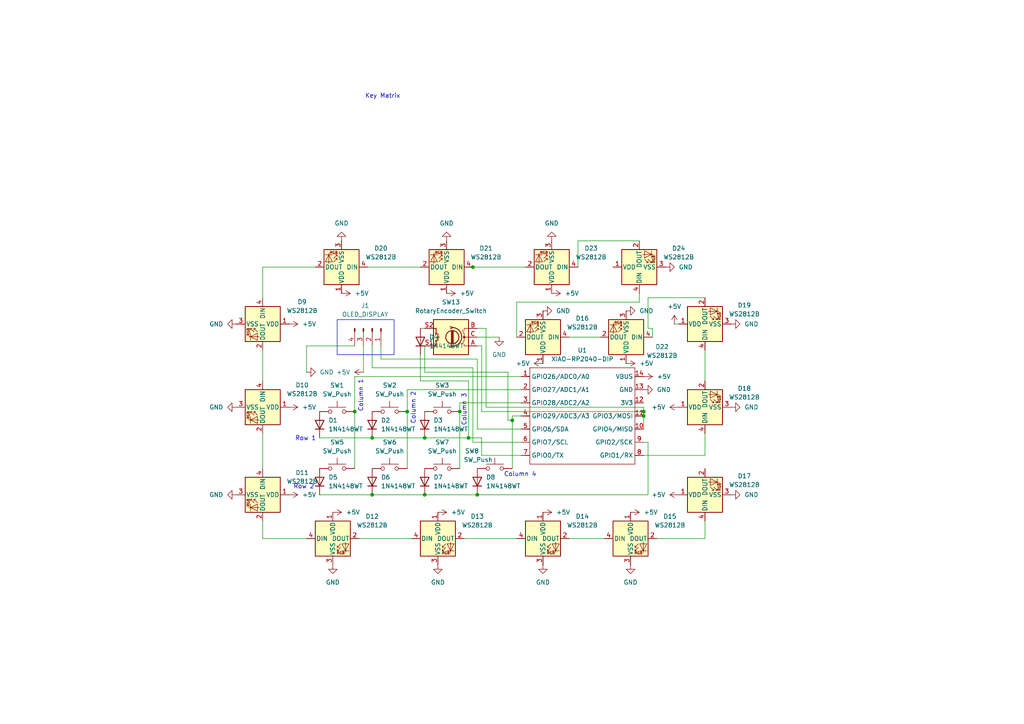
<source format=kicad_sch>
(kicad_sch (version 20250114) (generator "eeschema") (generator_version "9.0")
  (paper "A4")
  (lib_symbols
    (symbol "Connector:Conn_01x04_Pin" (pin_names (offset 1.016) (hide yes))
      (property "Reference" "J" (at 0 5.08 0))
      (property "Value" "Conn_01x04_Pin" (at 0 -7.62 0))
      (symbol "Conn_01x04_Pin_1_1"
        (rectangle (start 0.8636 2.667) (end 0 2.413) (stroke (width 0.1524)) (fill (type outline)))
        (rectangle (start 0.8636 0.127) (end 0 -0.127) (stroke (width 0.1524)) (fill (type outline)))
        (rectangle (start 0.8636 -2.413) (end 0 -2.667) (stroke (width 0.1524)) (fill (type outline)))
        (rectangle (start 0.8636 -4.953) (end 0 -5.207) (stroke (width 0.1524)) (fill (type outline)))
        (polyline (pts (xy 1.27 2.54) (xy 0.8636 2.54)) (stroke (width 0.1524)))
        (polyline (pts (xy 1.27 0) (xy 0.8636 0)) (stroke (width 0.1524)))
        (polyline (pts (xy 1.27 -2.54) (xy 0.8636 -2.54)) (stroke (width 0.1524)))
        (polyline (pts (xy 1.27 -5.08) (xy 0.8636 -5.08)) (stroke (width 0.1524)))
        (pin passive line (at 5.08 2.54 180) (length 3.81) (name "Pin_1") (number "1"))
        (pin passive line (at 5.08 0 180) (length 3.81) (name "Pin_2") (number "2"))
        (pin passive line (at 5.08 -2.54 180) (length 3.81) (name "Pin_3") (number "3"))
        (pin passive line (at 5.08 -5.08 180) (length 3.81) (name "Pin_4") (number "4"))
      )
    )
    (symbol "Device:RotaryEncoder_Switch" (pin_names (offset 0.254) (hide yes))
      (property "Reference" "SW" (at 0 6.604 0))
      (property "Value" "RotaryEncoder_Switch" (at 0 -6.604 0))
      (symbol "RotaryEncoder_Switch_0_1"
        (rectangle (start -5.08 5.08) (end 5.08 -5.08) (stroke (width 0.254)) (fill (type background)))
        (polyline (pts (xy -5.08 2.54) (xy -3.81 2.54) (xy -3.81 2.032)))
        (polyline (pts (xy -5.08 0) (xy -3.81 0) (xy -3.81 -1.016) (xy -3.302 -2.032)))
        (polyline (pts (xy -5.08 -2.54) (xy -3.81 -2.54) (xy -3.81 -2.032)))
        (polyline (pts (xy -4.318 0) (xy -3.81 0) (xy -3.81 1.016) (xy -3.302 2.032)))
        (circle (center -3.81 0) (radius 0.254) (fill (type outline)))
        (polyline (pts (xy -0.635 -1.778) (xy -0.635 1.778)) (stroke (width 0.254)))
        (circle (center -0.381 0) (radius 1.905) (stroke (width 0.254)))
        (polyline (pts (xy -0.381 -1.778) (xy -0.381 1.778)) (stroke (width 0.254)))
        (arc (start -0.381 -2.794) (mid -3.0988 -0.0635) (end -0.381 2.667) (stroke (width 0.254)))
        (polyline (pts (xy -0.127 1.778) (xy -0.127 -1.778)) (stroke (width 0.254)))
        (polyline (pts (xy 0.254 2.921) (xy -0.508 2.667) (xy 0.127 2.286)) (stroke (width 0.254)))
        (polyline (pts (xy 0.254 -3.048) (xy -0.508 -2.794) (xy 0.127 -2.413)) (stroke (width 0.254)))
        (polyline (pts (xy 3.81 1.016) (xy 3.81 -1.016)) (stroke (width 0.254)))
        (polyline (pts (xy 3.81 0) (xy 3.429 0)) (stroke (width 0.254)))
        (circle (center 4.318 1.016) (radius 0.127) (stroke (width 0.254)))
        (circle (center 4.318 -1.016) (radius 0.127) (stroke (width 0.254)))
        (polyline (pts (xy 5.08 2.54) (xy 4.318 2.54) (xy 4.318 1.016)) (stroke (width 0.254)))
        (polyline (pts (xy 5.08 -2.54) (xy 4.318 -2.54) (xy 4.318 -1.016)) (stroke (width 0.254)))
      )
      (symbol "RotaryEncoder_Switch_1_1"
        (pin passive line (at -7.62 2.54 0) (length 2.54) (name "A") (number "A"))
        (pin passive line (at -7.62 0 0) (length 2.54) (name "C") (number "C"))
        (pin passive line (at -7.62 -2.54 0) (length 2.54) (name "B") (number "B"))
        (pin passive line (at 7.62 2.54 180) (length 2.54) (name "S1") (number "S1"))
        (pin passive line (at 7.62 -2.54 180) (length 2.54) (name "S2") (number "S2"))
      )
    )
    (symbol "Diode:1N4148WT" (pin_numbers (hide yes)) (pin_names (hide yes))
      (property "Reference" "D" (at 0 2.54 0))
      (property "Value" "1N4148WT" (at 0 -2.54 0))
      (symbol "1N4148WT_0_1"
        (polyline (pts (xy -1.27 1.27) (xy -1.27 -1.27)) (stroke (width 0.254)))
        (polyline (pts (xy 1.27 1.27) (xy 1.27 -1.27) (xy -1.27 0) (xy 1.27 1.27)) (stroke (width 0.254)))
        (polyline (pts (xy 1.27 0) (xy -1.27 0)))
      )
      (symbol "1N4148WT_1_1"
        (pin passive line (at -3.81 0 0) (length 2.54) (name "K") (number "1"))
        (pin passive line (at 3.81 0 180) (length 2.54) (name "A") (number "2"))
      )
    )
    (symbol "LED:WS2812B" (pin_names (offset 0.254))
      (property "Reference" "D" (at 5.08 5.715 0))
      (property "Value" "WS2812B" (at 1.27 -5.715 0))
      (symbol "WS2812B_0_0"
        (text "RGB" (at 2.286 -4.191 0) (effects (font (size 0.762 0.762))))
      )
      (symbol "WS2812B_0_1"
        (polyline (pts (xy 1.27 -2.54) (xy 1.778 -2.54)))
        (polyline (pts (xy 1.27 -3.556) (xy 1.778 -3.556)))
        (polyline (pts (xy 2.286 -1.524) (xy 1.27 -2.54) (xy 1.27 -2.032)))
        (polyline (pts (xy 2.286 -2.54) (xy 1.27 -3.556) (xy 1.27 -3.048)))
        (polyline (pts (xy 3.683 -1.016) (xy 3.683 -3.556) (xy 3.683 -4.064)))
        (polyline (pts (xy 4.699 -1.524) (xy 2.667 -1.524) (xy 3.683 -3.556) (xy 4.699 -1.524)))
        (polyline (pts (xy 4.699 -3.556) (xy 2.667 -3.556)))
        (rectangle (start 5.08 5.08) (end -5.08 -5.08) (stroke (width 0.254)) (fill (type background)))
      )
      (symbol "WS2812B_1_1"
        (pin input line (at -7.62 0 0) (length 2.54) (name "DIN") (number "4"))
        (pin power_in line (at 0 7.62 270) (length 2.54) (name "VDD") (number "1"))
        (pin power_in line (at 0 -7.62 90) (length 2.54) (name "VSS") (number "3"))
        (pin output line (at 7.62 0 180) (length 2.54) (name "DOUT") (number "2"))
      )
    )
    (symbol "OPL:XIAO-RP2040-DIP"
      (property "Reference" "U" (at 0 0 0))
      (property "Value" "XIAO-RP2040-DIP" (at 5.334 -1.778 0))
      (symbol "XIAO-RP2040-DIP_1_0"
        (polyline (pts (xy -1.27 -2.54) (xy 29.21 -2.54)) (stroke (width 0.1524)))
        (polyline (pts (xy -1.27 -5.08) (xy -2.54 -5.08)) (stroke (width 0.1524)))
        (polyline (pts (xy -1.27 -5.08) (xy -1.27 -2.54)) (stroke (width 0.1524)))
        (polyline (pts (xy -1.27 -8.89) (xy -2.54 -8.89)) (stroke (width 0.1524)))
        (polyline (pts (xy -1.27 -8.89) (xy -1.27 -5.08)) (stroke (width 0.1524)))
        (polyline (pts (xy -1.27 -12.7) (xy -2.54 -12.7)) (stroke (width 0.1524)))
        (polyline (pts (xy -1.27 -12.7) (xy -1.27 -8.89)) (stroke (width 0.1524)))
        (polyline (pts (xy -1.27 -16.51) (xy -2.54 -16.51)) (stroke (width 0.1524)))
        (polyline (pts (xy -1.27 -16.51) (xy -1.27 -12.7)) (stroke (width 0.1524)))
        (polyline (pts (xy -1.27 -20.32) (xy -2.54 -20.32)) (stroke (width 0.1524)))
        (polyline (pts (xy -1.27 -24.13) (xy -2.54 -24.13)) (stroke (width 0.1524)))
        (polyline (pts (xy -1.27 -27.94) (xy -2.54 -27.94)) (stroke (width 0.1524)))
        (polyline (pts (xy -1.27 -30.48) (xy -1.27 -16.51)) (stroke (width 0.1524)))
        (polyline (pts (xy 29.21 -2.54) (xy 29.21 -5.08)) (stroke (width 0.1524)))
        (polyline (pts (xy 29.21 -5.08) (xy 29.21 -8.89)) (stroke (width 0.1524)))
        (polyline (pts (xy 29.21 -8.89) (xy 29.21 -12.7)) (stroke (width 0.1524)))
        (polyline (pts (xy 29.21 -12.7) (xy 29.21 -30.48)) (stroke (width 0.1524)))
        (polyline (pts (xy 29.21 -30.48) (xy -1.27 -30.48)) (stroke (width 0.1524)))
        (polyline (pts (xy 30.48 -5.08) (xy 29.21 -5.08)) (stroke (width 0.1524)))
        (polyline (pts (xy 30.48 -8.89) (xy 29.21 -8.89)) (stroke (width 0.1524)))
        (polyline (pts (xy 30.48 -12.7) (xy 29.21 -12.7)) (stroke (width 0.1524)))
        (polyline (pts (xy 30.48 -16.51) (xy 29.21 -16.51)) (stroke (width 0.1524)))
        (polyline (pts (xy 30.48 -20.32) (xy 29.21 -20.32)) (stroke (width 0.1524)))
        (polyline (pts (xy 30.48 -24.13) (xy 29.21 -24.13)) (stroke (width 0.1524)))
        (polyline (pts (xy 30.48 -27.94) (xy 29.21 -27.94)) (stroke (width 0.1524)))
        (pin passive line (at -3.81 -5.08 0) (length 2.54) (name "GPIO26/ADC0/A0") (number "1"))
        (pin passive line (at -3.81 -8.89 0) (length 2.54) (name "GPIO27/ADC1/A1") (number "2"))
        (pin passive line (at -3.81 -12.7 0) (length 2.54) (name "GPIO28/ADC2/A2") (number "3"))
        (pin passive line (at -3.81 -16.51 0) (length 2.54) (name "GPIO29/ADC3/A3") (number "4"))
        (pin passive line (at -3.81 -20.32 0) (length 2.54) (name "GPIO6/SDA") (number "5"))
        (pin passive line (at -3.81 -24.13 0) (length 2.54) (name "GPIO7/SCL") (number "6"))
        (pin passive line (at -3.81 -27.94 0) (length 2.54) (name "GPIO0/TX") (number "7"))
        (pin passive line (at 31.75 -5.08 180) (length 2.54) (name "VBUS") (number "14"))
        (pin passive line (at 31.75 -8.89 180) (length 2.54) (name "GND") (number "13"))
        (pin passive line (at 31.75 -12.7 180) (length 2.54) (name "3V3") (number "12"))
        (pin passive line (at 31.75 -16.51 180) (length 2.54) (name "GPIO3/MOSI") (number "11"))
        (pin passive line (at 31.75 -20.32 180) (length 2.54) (name "GPIO4/MISO") (number "10"))
        (pin passive line (at 31.75 -24.13 180) (length 2.54) (name "GPIO2/SCK") (number "9"))
        (pin passive line (at 31.75 -27.94 180) (length 2.54) (name "GPIO1/RX") (number "8"))
      )
    )
    (symbol "Switch:SW_Push" (pin_numbers (hide yes)) (pin_names (offset 1.016) (hide yes))
      (property "Reference" "SW" (at 1.27 2.54 0))
      (property "Value" "SW_Push" (at 0 -1.524 0))
      (symbol "SW_Push_0_1"
        (circle (center -2.032 0) (radius 0.508))
        (polyline (pts (xy 0 1.27) (xy 0 3.048)))
        (circle (center 2.032 0) (radius 0.508))
        (polyline (pts (xy 2.54 1.27) (xy -2.54 1.27)))
        (pin passive line (at -5.08 0 0) (length 2.54) (name "1") (number "1"))
        (pin passive line (at 5.08 0 180) (length 2.54) (name "2") (number "2"))
      )
    )
    (symbol "power:+5V" (power) (pin_numbers (hide yes)) (pin_names (offset 0) (hide yes))
      (property "Value" "+5V" (at 0 3.556 0))
      (symbol "+5V_0_1"
        (polyline (pts (xy -0.762 1.27) (xy 0 2.54)))
        (polyline (pts (xy 0 2.54) (xy 0.762 1.27)))
        (polyline (pts (xy 0 0) (xy 0 2.54)))
      )
      (symbol "+5V_1_1"
        (pin power_in line (at 0 0 90) (length 0) (name "~") (number "1"))
      )
    )
    (symbol "power:GND" (power) (pin_numbers (hide yes)) (pin_names (offset 0) (hide yes))
      (property "Value" "GND" (at 0 -3.81 0))
      (symbol "GND_0_1"
        (polyline (pts (xy 0 0) (xy 0 -1.27) (xy 1.27 -1.27) (xy 0 -2.54) (xy -1.27 -1.27) (xy 0 -1.27)))
      )
      (symbol "GND_1_1"
        (pin power_in line (at 0 0 270) (length 0) (name "~") (number "1"))
      )
    )
  )
  (rectangle (start 97.79 92.71) (end 114.3 102.87))
  (text "Row 2" (at 88.138 141.224 0) (effects (font (size 1.27 1.27))))
  (text "Row 1" (at 88.646 127.254 0) (effects (font (size 1.27 1.27))))
  (text "Column 4" (at 150.876 137.668 0) (effects (font (size 1.27 1.27))))
  (text "Column 1\n" (at 104.648 114.808 90) (effects (font (size 1.27 1.27))))
  (text "Column 2" (at 119.888 118.364 90) (effects (font (size 1.27 1.27))))
  (text "Key Matrix" (at 110.998 27.94 0) (effects (font (size 1.27 1.27))))
  (text "Column 3" (at 134.62 118.872 90) (effects (font (size 1.27 1.27))))
  (junction (at 107.95 143.51))
  (junction (at 135.89 127))
  (junction (at 148.59 121.92))
  (junction (at 107.95 127))
  (junction (at 133.35 119.38))
  (junction (at 186.69 119.38))
  (junction (at 123.19 127))
  (junction (at 123.19 143.51))
  (junction (at 138.43 143.51))
  (junction (at 118.11 119.38))
  (junction (at 137.16 77.47))
  (junction (at 186.69 120.65))
  (junction (at 102.87 119.38))
  (wire (pts (xy 110.49 104.14) (xy 110.49 100.33)))
  (wire (pts (xy 147.32 121.92) (xy 148.59 121.92)))
  (wire (pts (xy 123.19 143.51) (xy 138.43 143.51)))
  (wire (pts (xy 135.89 127) (xy 123.19 127)))
  (wire (pts (xy 190.5 156.21) (xy 204.47 156.21)))
  (wire (pts (xy 102.87 100.33) (xy 88.9 100.33)))
  (wire (pts (xy 76.2 101.6) (xy 76.2 110.49)))
  (wire (pts (xy 121.92 102.87) (xy 121.92 110.49)))
  (wire (pts (xy 137.16 128.27) (xy 137.16 106.68)))
  (wire (pts (xy 134.62 156.21) (xy 149.86 156.21)))
  (wire (pts (xy 137.16 106.68) (xy 107.95 106.68)))
  (wire (pts (xy 88.9 100.33) (xy 88.9 107.95)))
  (wire (pts (xy 186.69 132.08) (xy 204.47 132.08)))
  (wire (pts (xy 149.86 97.79) (xy 149.86 87.63)))
  (wire (pts (xy 139.7 119.38) (xy 186.69 119.38)))
  (wire (pts (xy 138.43 104.14) (xy 110.49 104.14)))
  (wire (pts (xy 195.58 93.98) (xy 196.85 93.98)))
  (wire (pts (xy 107.95 143.51) (xy 123.19 143.51)))
  (wire (pts (xy 186.69 120.65) (xy 186.69 124.46)))
  (wire (pts (xy 186.69 118.11) (xy 186.69 119.38)))
  (wire (pts (xy 189.23 95.25) (xy 189.23 97.79)))
  (wire (pts (xy 107.95 127) (xy 123.19 127)))
  (wire (pts (xy 151.13 128.27) (xy 137.16 128.27)))
  (wire (pts (xy 167.64 69.85) (xy 167.64 77.47)))
  (wire (pts (xy 187.96 86.36) (xy 187.96 95.25)))
  (wire (pts (xy 105.41 100.33) (xy 105.41 107.95)))
  (wire (pts (xy 138.43 95.25) (xy 140.97 95.25)))
  (wire (pts (xy 92.71 143.51) (xy 107.95 143.51)))
  (wire (pts (xy 102.87 119.38) (xy 102.87 135.89)))
  (wire (pts (xy 149.86 87.63) (xy 185.42 87.63)))
  (wire (pts (xy 151.13 124.46) (xy 138.43 124.46)))
  (wire (pts (xy 139.7 127) (xy 135.89 127)))
  (wire (pts (xy 148.59 120.65) (xy 148.59 121.92)))
  (wire (pts (xy 133.35 119.38) (xy 133.35 135.89)))
  (wire (pts (xy 121.92 110.49) (xy 135.89 110.49)))
  (wire (pts (xy 185.42 87.63) (xy 185.42 85.09)))
  (wire (pts (xy 102.87 109.22) (xy 102.87 119.38)))
  (wire (pts (xy 123.19 100.33) (xy 123.19 107.95)))
  (wire (pts (xy 165.1 97.79) (xy 173.99 97.79)))
  (wire (pts (xy 147.32 107.95) (xy 147.32 121.92)))
  (wire (pts (xy 92.71 127) (xy 107.95 127)))
  (wire (pts (xy 118.11 113.03) (xy 118.11 119.38)))
  (wire (pts (xy 76.2 151.13) (xy 76.2 156.21)))
  (wire (pts (xy 91.44 77.47) (xy 76.2 77.47)))
  (wire (pts (xy 133.35 116.84) (xy 133.35 119.38)))
  (wire (pts (xy 139.7 132.08) (xy 139.7 127)))
  (wire (pts (xy 204.47 132.08) (xy 204.47 125.73)))
  (wire (pts (xy 106.68 77.47) (xy 121.92 77.47)))
  (wire (pts (xy 138.43 100.33) (xy 139.7 100.33)))
  (wire (pts (xy 123.19 95.25) (xy 121.92 95.25)))
  (wire (pts (xy 118.11 119.38) (xy 118.11 135.89)))
  (wire (pts (xy 138.43 143.51) (xy 187.96 143.51)))
  (wire (pts (xy 204.47 86.36) (xy 187.96 86.36)))
  (wire (pts (xy 76.2 125.73) (xy 76.2 135.89)))
  (wire (pts (xy 151.13 132.08) (xy 139.7 132.08)))
  (wire (pts (xy 148.59 135.89) (xy 148.59 121.92)))
  (wire (pts (xy 187.96 143.51) (xy 187.96 128.27)))
  (wire (pts (xy 138.43 124.46) (xy 138.43 104.14)))
  (wire (pts (xy 151.13 109.22) (xy 102.87 109.22)))
  (wire (pts (xy 133.35 116.84) (xy 151.13 116.84)))
  (wire (pts (xy 107.95 106.68) (xy 107.95 100.33)))
  (wire (pts (xy 76.2 156.21) (xy 88.9 156.21)))
  (wire (pts (xy 137.16 77.47) (xy 152.4 77.47)))
  (wire (pts (xy 139.7 100.33) (xy 139.7 119.38)))
  (wire (pts (xy 140.97 118.11) (xy 186.69 118.11)))
  (wire (pts (xy 104.14 156.21) (xy 119.38 156.21)))
  (wire (pts (xy 140.97 95.25) (xy 140.97 118.11)))
  (wire (pts (xy 185.42 69.85) (xy 167.64 69.85)))
  (wire (pts (xy 204.47 101.6) (xy 204.47 110.49)))
  (wire (pts (xy 187.96 95.25) (xy 189.23 95.25)))
  (wire (pts (xy 118.11 113.03) (xy 151.13 113.03)))
  (wire (pts (xy 165.1 156.21) (xy 175.26 156.21)))
  (wire (pts (xy 135.89 110.49) (xy 135.89 127)))
  (wire (pts (xy 187.96 128.27) (xy 186.69 128.27)))
  (wire (pts (xy 76.2 77.47) (xy 76.2 86.36)))
  (wire (pts (xy 138.43 97.79) (xy 144.78 97.79)))
  (wire (pts (xy 135.89 77.47) (xy 137.16 77.47)))
  (wire (pts (xy 186.69 119.38) (xy 186.69 120.65)))
  (wire (pts (xy 204.47 156.21) (xy 204.47 151.13)))
  (wire (pts (xy 123.19 107.95) (xy 147.32 107.95)))
  (wire (pts (xy 148.59 120.65) (xy 151.13 120.65)))
  (symbol (lib_id "Switch:SW_Push") (at 97.79 135.89 0) (unit 1)
    (property "Reference" "SW5" (at 97.79 128.27 0))
    (property "Value" "SW_Push" (at 97.79 130.81 0))
    (property "Footprint" "Button_Switch_Keyboard:SW_Cherry_MX_1.00u_PCB" (effects (hide yes)))
    (property "Description" "Push button switch, generic, two pins" (effects (hide yes)))
  )
  (symbol (lib_id "LED:WS2812B") (at 99.06 77.47 180) (unit 1)
    (property "Reference" "D20" (at 110.49 72.0246 0))
    (property "Value" "WS2812B" (at 110.49 74.5646 0))
    (property "Footprint" "LED_SMD:LED_WS2812B_PLCC4_5.0x5.0mm_P3.2mm" (effects (hide yes)))
    (property "Datasheet" "https://cdn-shop.adafruit.com/datasheets/WS2812B.pdf" (effects (hide yes)))
    (property "Description" "RGB LED with integrated controller" (effects (hide yes)))
  )
  (symbol (lib_id "power:GND") (at 144.78 97.79 0) (unit 1)
    (property "Reference" "#PWR05" (effects (hide yes)))
    (property "Value" "GND" (at 144.78 102.87 0))
    (property "Description" "Power symbol creates a global label with name \"GND\" , ground" (effects (hide yes)))
  )
  (symbol (lib_id "Diode:1N4148WT") (at 92.71 139.7 90) (unit 1)
    (property "Reference" "D5" (at 95.25 138.4299 90) (effects (justify right)))
    (property "Value" "1N4148WT" (at 95.25 140.9699 90) (effects (justify right)))
    (property "Footprint" "Diode_SMD:D_SOD-523" (effects (hide yes)))
    (property "Datasheet" "https://www.diodes.com/assets/Datasheets/ds30396.pdf" (effects (hide yes)))
    (property "Description" "75V 0.15A Fast switching Diode, SOD-523" (effects (hide yes)))
    (property "Sim.Device" "D" (effects (hide yes)))
    (property "Sim.Pins" "1=K 2=A" (effects (hide yes)))
  )
  (symbol (lib_id "LED:WS2812B") (at 182.88 156.21 0) (unit 1)
    (property "Reference" "D15" (at 194.31 149.7898 0))
    (property "Value" "WS2812B" (at 194.31 152.3298 0))
    (property "Footprint" "LED_SMD:LED_WS2812B_PLCC4_5.0x5.0mm_P3.2mm" (effects (hide yes)))
    (property "Datasheet" "https://cdn-shop.adafruit.com/datasheets/WS2812B.pdf" (effects (hide yes)))
    (property "Description" "RGB LED with integrated controller" (effects (hide yes)))
  )
  (symbol (lib_id "power:+5V") (at 83.82 118.11 270) (unit 1)
    (property "Reference" "#PWR031" (effects (hide yes)))
    (property "Value" "+5V" (at 87.63 118.1099 90) (effects (justify left)))
    (property "Description" "Power symbol creates a global label with name \"+5V\"" (effects (hide yes)))
  )
  (symbol (lib_id "LED:WS2812B") (at 157.48 156.21 0) (unit 1)
    (property "Reference" "D14" (at 168.91 149.7898 0))
    (property "Value" "WS2812B" (at 168.91 152.3298 0))
    (property "Footprint" "LED_SMD:LED_WS2812B_PLCC4_5.0x5.0mm_P3.2mm" (effects (hide yes)))
    (property "Datasheet" "https://cdn-shop.adafruit.com/datasheets/WS2812B.pdf" (effects (hide yes)))
    (property "Description" "RGB LED with integrated controller" (effects (hide yes)))
  )
  (symbol (lib_id "power:+5V") (at 83.82 93.98 270) (unit 1)
    (property "Reference" "#PWR030" (effects (hide yes)))
    (property "Value" "+5V" (at 87.63 93.9799 90) (effects (justify left)))
    (property "Description" "Power symbol creates a global label with name \"+5V\"" (effects (hide yes)))
  )
  (symbol (lib_id "power:GND") (at 212.09 93.98 90) (unit 1)
    (property "Reference" "#PWR08" (effects (hide yes)))
    (property "Value" "GND" (at 215.9 93.9799 90) (effects (justify right)))
    (property "Description" "Power symbol creates a global label with name \"GND\" , ground" (effects (hide yes)))
  )
  (symbol (lib_id "Diode:1N4148WT") (at 123.19 123.19 90) (unit 1)
    (property "Reference" "D3" (at 125.73 121.9199 90) (effects (justify right)))
    (property "Value" "1N4148WT" (at 125.73 124.4599 90) (effects (justify right)))
    (property "Footprint" "Diode_SMD:D_SOD-523" (effects (hide yes)))
    (property "Datasheet" "https://www.diodes.com/assets/Datasheets/ds30396.pdf" (effects (hide yes)))
    (property "Description" "75V 0.15A Fast switching Diode, SOD-523" (effects (hide yes)))
    (property "Sim.Device" "D" (effects (hide yes)))
    (property "Sim.Pins" "1=K 2=A" (effects (hide yes)))
  )
  (symbol (lib_id "LED:WS2812B") (at 204.47 143.51 90) (unit 1)
    (property "Reference" "D17" (at 215.9 138.0646 90))
    (property "Value" "WS2812B" (at 215.9 140.6046 90))
    (property "Footprint" "LED_SMD:LED_WS2812B_PLCC4_5.0x5.0mm_P3.2mm" (effects (hide yes)))
    (property "Datasheet" "https://cdn-shop.adafruit.com/datasheets/WS2812B.pdf" (effects (hide yes)))
    (property "Description" "RGB LED with integrated controller" (effects (hide yes)))
  )
  (symbol (lib_id "power:GND") (at 68.58 93.98 270) (unit 1)
    (property "Reference" "#PWR013" (effects (hide yes)))
    (property "Value" "GND" (at 64.77 93.9799 90) (effects (justify right)))
    (property "Description" "Power symbol creates a global label with name \"GND\" , ground" (effects (hide yes)))
  )
  (symbol (lib_id "LED:WS2812B") (at 76.2 93.98 270) (unit 1)
    (property "Reference" "D9" (at 87.63 87.5598 90))
    (property "Value" "WS2812B" (at 87.63 90.0998 90))
    (property "Footprint" "LED_SMD:LED_WS2812B_PLCC4_5.0x5.0mm_P3.2mm" (effects (hide yes)))
    (property "Datasheet" "https://cdn-shop.adafruit.com/datasheets/WS2812B.pdf" (effects (hide yes)))
    (property "Description" "RGB LED with integrated controller" (effects (hide yes)))
  )
  (symbol (lib_id "power:+5V") (at 196.85 118.11 90) (unit 1)
    (property "Reference" "#PWR021" (effects (hide yes)))
    (property "Value" "+5V" (at 193.04 118.1099 90) (effects (justify left)))
    (property "Description" "Power symbol creates a global label with name \"+5V\"" (effects (hide yes)))
  )
  (symbol (lib_id "power:GND") (at 68.58 118.11 270) (unit 1)
    (property "Reference" "#PWR014" (effects (hide yes)))
    (property "Value" "GND" (at 64.77 118.1099 90) (effects (justify right)))
    (property "Description" "Power symbol creates a global label with name \"GND\" , ground" (effects (hide yes)))
  )
  (symbol (lib_id "LED:WS2812B") (at 129.54 77.47 180) (unit 1)
    (property "Reference" "D21" (at 140.97 72.0246 0))
    (property "Value" "WS2812B" (at 140.97 74.5646 0))
    (property "Footprint" "LED_SMD:LED_WS2812B_PLCC4_5.0x5.0mm_P3.2mm" (effects (hide yes)))
    (property "Datasheet" "https://cdn-shop.adafruit.com/datasheets/WS2812B.pdf" (effects (hide yes)))
    (property "Description" "RGB LED with integrated controller" (effects (hide yes)))
  )
  (symbol (lib_id "Diode:1N4148WT") (at 92.71 123.19 90) (unit 1)
    (property "Reference" "D1" (at 95.25 121.9199 90) (effects (justify right)))
    (property "Value" "1N4148WT" (at 95.25 124.4599 90) (effects (justify right)))
    (property "Footprint" "Diode_SMD:D_SOD-523" (effects (hide yes)))
    (property "Datasheet" "https://www.diodes.com/assets/Datasheets/ds30396.pdf" (effects (hide yes)))
    (property "Description" "75V 0.15A Fast switching Diode, SOD-523" (effects (hide yes)))
    (property "Sim.Device" "D" (effects (hide yes)))
    (property "Sim.Pins" "1=K 2=A" (effects (hide yes)))
  )
  (symbol (lib_id "Switch:SW_Push") (at 113.03 119.38 0) (unit 1)
    (property "Reference" "SW2" (at 113.03 111.76 0))
    (property "Value" "SW_Push" (at 113.03 114.3 0))
    (property "Footprint" "Button_Switch_Keyboard:SW_Cherry_MX_1.00u_PCB" (effects (hide yes)))
    (property "Description" "Push button switch, generic, two pins" (effects (hide yes)))
  )
  (symbol (lib_id "LED:WS2812B") (at 76.2 118.11 270) (unit 1)
    (property "Reference" "D10" (at 87.63 111.6898 90))
    (property "Value" "WS2812B" (at 87.63 114.2298 90))
    (property "Footprint" "LED_SMD:LED_WS2812B_PLCC4_5.0x5.0mm_P3.2mm" (effects (hide yes)))
    (property "Datasheet" "https://cdn-shop.adafruit.com/datasheets/WS2812B.pdf" (effects (hide yes)))
    (property "Description" "RGB LED with integrated controller" (effects (hide yes)))
  )
  (symbol (lib_id "power:+5V") (at 186.69 109.22 270) (unit 1)
    (property "Reference" "#PWR01" (effects (hide yes)))
    (property "Value" "+5V" (at 190.5 109.2199 90) (effects (justify left)))
    (property "Description" "Power symbol creates a global label with name \"+5V\"" (effects (hide yes)))
  )
  (symbol (lib_id "Diode:1N4148WT") (at 107.95 123.19 90) (unit 1)
    (property "Reference" "D2" (at 110.49 121.9199 90) (effects (justify right)))
    (property "Value" "1N4148WT" (at 110.49 124.4599 90) (effects (justify right)))
    (property "Footprint" "Diode_SMD:D_SOD-523" (effects (hide yes)))
    (property "Datasheet" "https://www.diodes.com/assets/Datasheets/ds30396.pdf" (effects (hide yes)))
    (property "Description" "75V 0.15A Fast switching Diode, SOD-523" (effects (hide yes)))
    (property "Sim.Device" "D" (effects (hide yes)))
    (property "Sim.Pins" "1=K 2=A" (effects (hide yes)))
  )
  (symbol (lib_id "power:GND") (at 96.52 163.83 0) (unit 1)
    (property "Reference" "#PWR017" (effects (hide yes)))
    (property "Value" "GND" (at 96.52 168.91 0))
    (property "Description" "Power symbol creates a global label with name \"GND\" , ground" (effects (hide yes)))
  )
  (symbol (lib_id "power:GND") (at 212.09 143.51 90) (unit 1)
    (property "Reference" "#PWR06" (effects (hide yes)))
    (property "Value" "GND" (at 215.9 143.5099 90) (effects (justify right)))
    (property "Description" "Power symbol creates a global label with name \"GND\" , ground" (effects (hide yes)))
  )
  (symbol (lib_id "power:GND") (at 186.69 113.03 90) (unit 1)
    (property "Reference" "#PWR02" (effects (hide yes)))
    (property "Value" "GND" (at 190.5 113.0299 90) (effects (justify right)))
    (property "Description" "Power symbol creates a global label with name \"GND\" , ground" (effects (hide yes)))
  )
  (symbol (lib_id "power:+5V") (at 157.48 148.59 270) (unit 1)
    (property "Reference" "#PWR036" (effects (hide yes)))
    (property "Value" "+5V" (at 161.29 148.5899 90) (effects (justify left)))
    (property "Description" "Power symbol creates a global label with name \"+5V\"" (effects (hide yes)))
  )
  (symbol (lib_id "LED:WS2812B") (at 96.52 156.21 0) (unit 1)
    (property "Reference" "D12" (at 107.95 149.7898 0))
    (property "Value" "WS2812B" (at 107.95 152.3298 0))
    (property "Footprint" "LED_SMD:LED_WS2812B_PLCC4_5.0x5.0mm_P3.2mm" (effects (hide yes)))
    (property "Datasheet" "https://cdn-shop.adafruit.com/datasheets/WS2812B.pdf" (effects (hide yes)))
    (property "Description" "RGB LED with integrated controller" (effects (hide yes)))
  )
  (symbol (lib_id "power:+5V") (at 181.61 105.41 270) (unit 1)
    (property "Reference" "#PWR024" (effects (hide yes)))
    (property "Value" "+5V" (at 185.42 105.4099 90) (effects (justify left)))
    (property "Description" "Power symbol creates a global label with name \"+5V\"" (effects (hide yes)))
  )
  (symbol (lib_id "power:+5V") (at 105.41 107.95 90) (unit 1)
    (property "Reference" "#PWR03" (effects (hide yes)))
    (property "Value" "+5V" (at 101.6 107.9499 90) (effects (justify left)))
    (property "Description" "Power symbol creates a global label with name \"+5V\"" (effects (hide yes)))
  )
  (symbol (lib_id "Switch:SW_Push") (at 128.27 119.38 0) (unit 1)
    (property "Reference" "SW3" (at 128.27 111.76 0))
    (property "Value" "SW_Push" (at 128.27 114.3 0))
    (property "Footprint" "Button_Switch_Keyboard:SW_Cherry_MX_1.00u_PCB" (effects (hide yes)))
    (property "Description" "Push button switch, generic, two pins" (effects (hide yes)))
  )
  (symbol (lib_id "Switch:SW_Push") (at 113.03 135.89 0) (unit 1)
    (property "Reference" "SW6" (at 113.03 128.27 0))
    (property "Value" "SW_Push" (at 113.03 130.81 0))
    (property "Footprint" "Button_Switch_Keyboard:SW_Cherry_MX_1.00u_PCB" (effects (hide yes)))
    (property "Description" "Push button switch, generic, two pins" (effects (hide yes)))
  )
  (symbol (lib_id "power:GND") (at 157.48 90.17 90) (unit 1)
    (property "Reference" "#PWR025" (effects (hide yes)))
    (property "Value" "GND" (at 161.29 90.1699 90) (effects (justify right)))
    (property "Description" "Power symbol creates a global label with name \"GND\" , ground" (effects (hide yes)))
  )
  (symbol (lib_id "power:+5V") (at 129.54 85.09 270) (unit 1)
    (property "Reference" "#PWR028" (effects (hide yes)))
    (property "Value" "+5V" (at 133.35 85.0899 90) (effects (justify left)))
    (property "Description" "Power symbol creates a global label with name \"+5V\"" (effects (hide yes)))
  )
  (symbol (lib_id "power:+5V") (at 196.85 143.51 90) (unit 1)
    (property "Reference" "#PWR015" (effects (hide yes)))
    (property "Value" "+5V" (at 193.04 143.5099 90) (effects (justify left)))
    (property "Description" "Power symbol creates a global label with name \"+5V\"" (effects (hide yes)))
  )
  (symbol (lib_id "LED:WS2812B") (at 204.47 93.98 90) (unit 1)
    (property "Reference" "D19" (at 215.9 88.5346 90))
    (property "Value" "WS2812B" (at 215.9 91.0746 90))
    (property "Footprint" "LED_SMD:LED_WS2812B_PLCC4_5.0x5.0mm_P3.2mm" (effects (hide yes)))
    (property "Datasheet" "https://cdn-shop.adafruit.com/datasheets/WS2812B.pdf" (effects (hide yes)))
    (property "Description" "RGB LED with integrated controller" (effects (hide yes)))
  )
  (symbol (lib_id "power:GND") (at 212.09 118.11 90) (unit 1)
    (property "Reference" "#PWR07" (effects (hide yes)))
    (property "Value" "GND" (at 215.9 118.1099 90) (effects (justify right)))
    (property "Description" "Power symbol creates a global label with name \"GND\" , ground" (effects (hide yes)))
  )
  (symbol (lib_id "LED:WS2812B") (at 181.61 97.79 180) (unit 1)
    (property "Reference" "D22" (at 192.024 100.584 0))
    (property "Value" "WS2812B" (at 192.024 103.124 0))
    (property "Footprint" "LED_SMD:LED_WS2812B_PLCC4_5.0x5.0mm_P3.2mm" (effects (hide yes)))
    (property "Datasheet" "https://cdn-shop.adafruit.com/datasheets/WS2812B.pdf" (effects (hide yes)))
    (property "Description" "RGB LED with integrated controller" (effects (hide yes)))
  )
  (symbol (lib_id "Diode:1N4148WT") (at 107.95 139.7 90) (unit 1)
    (property "Reference" "D6" (at 110.49 138.4299 90) (effects (justify right)))
    (property "Value" "1N4148WT" (at 110.49 140.9699 90) (effects (justify right)))
    (property "Footprint" "Diode_SMD:D_SOD-523" (effects (hide yes)))
    (property "Datasheet" "https://www.diodes.com/assets/Datasheets/ds30396.pdf" (effects (hide yes)))
    (property "Description" "75V 0.15A Fast switching Diode, SOD-523" (effects (hide yes)))
    (property "Sim.Device" "D" (effects (hide yes)))
    (property "Sim.Pins" "1=K 2=A" (effects (hide yes)))
  )
  (symbol (lib_id "LED:WS2812B") (at 127 156.21 0) (unit 1)
    (property "Reference" "D13" (at 138.43 149.7898 0))
    (property "Value" "WS2812B" (at 138.43 152.3298 0))
    (property "Footprint" "LED_SMD:LED_WS2812B_PLCC4_5.0x5.0mm_P3.2mm" (effects (hide yes)))
    (property "Datasheet" "https://cdn-shop.adafruit.com/datasheets/WS2812B.pdf" (effects (hide yes)))
    (property "Description" "RGB LED with integrated controller" (effects (hide yes)))
  )
  (symbol (lib_id "LED:WS2812B") (at 160.02 77.47 180) (unit 1)
    (property "Reference" "D23" (at 171.45 72.0246 0))
    (property "Value" "WS2812B" (at 171.45 74.5646 0))
    (property "Footprint" "LED_SMD:LED_WS2812B_PLCC4_5.0x5.0mm_P3.2mm" (effects (hide yes)))
    (property "Datasheet" "https://cdn-shop.adafruit.com/datasheets/WS2812B.pdf" (effects (hide yes)))
    (property "Description" "RGB LED with integrated controller" (effects (hide yes)))
  )
  (symbol (lib_id "LED:WS2812B") (at 157.48 97.79 180) (unit 1)
    (property "Reference" "D16" (at 168.91 92.3446 0))
    (property "Value" "WS2812B" (at 168.91 94.8846 0))
    (property "Footprint" "LED_SMD:LED_WS2812B_PLCC4_5.0x5.0mm_P3.2mm" (effects (hide yes)))
    (property "Datasheet" "https://cdn-shop.adafruit.com/datasheets/WS2812B.pdf" (effects (hide yes)))
    (property "Description" "RGB LED with integrated controller" (effects (hide yes)))
  )
  (symbol (lib_id "Diode:1N4148WT") (at 138.43 139.7 90) (unit 1)
    (property "Reference" "D8" (at 140.97 138.4299 90) (effects (justify right)))
    (property "Value" "1N4148WT" (at 140.97 140.9699 90) (effects (justify right)))
    (property "Footprint" "Diode_SMD:D_SOD-523" (effects (hide yes)))
    (property "Datasheet" "https://www.diodes.com/assets/Datasheets/ds30396.pdf" (effects (hide yes)))
    (property "Description" "75V 0.15A Fast switching Diode, SOD-523" (effects (hide yes)))
    (property "Sim.Device" "D" (effects (hide yes)))
    (property "Sim.Pins" "1=K 2=A" (effects (hide yes)))
  )
  (symbol (lib_id "power:GND") (at 160.02 69.85 180) (unit 1)
    (property "Reference" "#PWR010" (effects (hide yes)))
    (property "Value" "GND" (at 160.02 64.77 0))
    (property "Description" "Power symbol creates a global label with name \"GND\" , ground" (effects (hide yes)))
  )
  (symbol (lib_id "power:+5V") (at 160.02 85.09 270) (unit 1)
    (property "Reference" "#PWR027" (effects (hide yes)))
    (property "Value" "+5V" (at 163.83 85.0899 90) (effects (justify left)))
    (property "Description" "Power symbol creates a global label with name \"+5V\"" (effects (hide yes)))
  )
  (symbol (lib_id "power:+5V") (at 195.58 93.98 0) (unit 1)
    (property "Reference" "#PWR022" (effects (hide yes)))
    (property "Value" "+5V" (at 195.58 88.9 0))
    (property "Description" "Power symbol creates a global label with name \"+5V\"" (effects (hide yes)))
  )
  (symbol (lib_id "power:GND") (at 182.88 163.83 0) (unit 1)
    (property "Reference" "#PWR020" (effects (hide yes)))
    (property "Value" "GND" (at 182.88 168.91 0))
    (property "Description" "Power symbol creates a global label with name \"GND\" , ground" (effects (hide yes)))
  )
  (symbol (lib_id "power:GND") (at 181.61 90.17 90) (unit 1)
    (property "Reference" "#PWR026" (effects (hide yes)))
    (property "Value" "GND" (at 185.42 90.1699 90) (effects (justify right)))
    (property "Description" "Power symbol creates a global label with name \"GND\" , ground" (effects (hide yes)))
  )
  (symbol (lib_id "Connector:Conn_01x04_Pin") (at 107.95 95.25 270) (unit 1)
    (property "Reference" "J1" (at 105.918 88.646 90))
    (property "Value" "OLED_DISPLAY" (at 105.918 91.186 90))
    (property "Footprint" "Connector_PinHeader_2.54mm:PinHeader_1x04_P2.54mm_Vertical" (effects (hide yes)))
    (property "Description" "Generic connector, single row, 01x04, script generated" (effects (hide yes)))
  )
  (symbol (lib_id "Switch:SW_Push") (at 97.79 119.38 0) (unit 1)
    (property "Reference" "SW1" (at 97.79 111.76 0))
    (property "Value" "SW_Push" (at 97.79 114.3 0))
    (property "Footprint" "Button_Switch_Keyboard:SW_Cherry_MX_1.00u_PCB" (effects (hide yes)))
    (property "Description" "Push button switch, generic, two pins" (effects (hide yes)))
  )
  (symbol (lib_id "power:+5V") (at 99.06 85.09 270) (unit 1)
    (property "Reference" "#PWR029" (effects (hide yes)))
    (property "Value" "+5V" (at 102.87 85.0899 90) (effects (justify left)))
    (property "Description" "Power symbol creates a global label with name \"+5V\"" (effects (hide yes)))
  )
  (symbol (lib_id "power:GND") (at 157.48 163.83 0) (unit 1)
    (property "Reference" "#PWR019" (effects (hide yes)))
    (property "Value" "GND" (at 157.48 168.91 0))
    (property "Description" "Power symbol creates a global label with name \"GND\" , ground" (effects (hide yes)))
  )
  (symbol (lib_id "Device:RotaryEncoder_Switch") (at 130.81 97.79 180) (unit 1)
    (property "Reference" "SW13" (at 130.81 87.63 0))
    (property "Value" "RotaryEncoder_Switch" (at 130.81 90.17 0))
    (property "Footprint" "Rotary_Encoder:RotaryEncoder_Alps_EC11E-Switch_Vertical_H20mm" (effects (hide yes)))
    (property "Description" "Rotary encoder, dual channel, incremental quadrate outputs, with switch" (effects (hide yes)))
  )
  (symbol (lib_id "power:+5V") (at 157.48 105.41 90) (unit 1)
    (property "Reference" "#PWR023" (effects (hide yes)))
    (property "Value" "+5V" (at 153.67 105.4099 90) (effects (justify left)))
    (property "Description" "Power symbol creates a global label with name \"+5V\"" (effects (hide yes)))
  )
  (symbol (lib_id "power:GND") (at 99.06 69.85 180) (unit 1)
    (property "Reference" "#PWR012" (effects (hide yes)))
    (property "Value" "GND" (at 99.06 64.77 0))
    (property "Description" "Power symbol creates a global label with name \"GND\" , ground" (effects (hide yes)))
  )
  (symbol (lib_id "power:+5V") (at 182.88 148.59 270) (unit 1)
    (property "Reference" "#PWR037" (effects (hide yes)))
    (property "Value" "+5V" (at 186.69 148.5899 90) (effects (justify left)))
    (property "Description" "Power symbol creates a global label with name \"+5V\"" (effects (hide yes)))
  )
  (symbol (lib_id "Diode:1N4148WT") (at 121.92 99.06 90) (unit 1)
    (property "Reference" "D4" (at 124.46 97.7899 90) (effects (justify right)))
    (property "Value" "1N4148WT" (at 124.46 100.3299 90) (effects (justify right)))
    (property "Footprint" "Diode_SMD:D_SOD-523" (effects (hide yes)))
    (property "Datasheet" "https://www.diodes.com/assets/Datasheets/ds30396.pdf" (effects (hide yes)))
    (property "Description" "75V 0.15A Fast switching Diode, SOD-523" (effects (hide yes)))
    (property "Sim.Device" "D" (effects (hide yes)))
    (property "Sim.Pins" "1=K 2=A" (effects (hide yes)))
  )
  (symbol (lib_id "LED:WS2812B") (at 185.42 77.47 90) (unit 1)
    (property "Reference" "D24" (at 196.85 72.0246 90))
    (property "Value" "WS2812B" (at 196.85 74.5646 90))
    (property "Footprint" "LED_SMD:LED_WS2812B_PLCC4_5.0x5.0mm_P3.2mm" (effects (hide yes)))
    (property "Datasheet" "https://cdn-shop.adafruit.com/datasheets/WS2812B.pdf" (effects (hide yes)))
    (property "Description" "RGB LED with integrated controller" (effects (hide yes)))
  )
  (symbol (lib_id "power:GND") (at 127 163.83 0) (unit 1)
    (property "Reference" "#PWR018" (effects (hide yes)))
    (property "Value" "GND" (at 127 168.91 0))
    (property "Description" "Power symbol creates a global label with name \"GND\" , ground" (effects (hide yes)))
  )
  (symbol (lib_id "power:+5V") (at 127 148.59 270) (unit 1)
    (property "Reference" "#PWR035" (effects (hide yes)))
    (property "Value" "+5V" (at 130.81 148.5899 90) (effects (justify left)))
    (property "Description" "Power symbol creates a global label with name \"+5V\"" (effects (hide yes)))
  )
  (symbol (lib_id "power:+5V") (at 83.82 143.51 270) (unit 1)
    (property "Reference" "#PWR033" (effects (hide yes)))
    (property "Value" "+5V" (at 87.63 143.5099 90) (effects (justify left)))
    (property "Description" "Power symbol creates a global label with name \"+5V\"" (effects (hide yes)))
  )
  (symbol (lib_id "Switch:SW_Push") (at 128.27 135.89 0) (unit 1)
    (property "Reference" "SW7" (at 128.27 128.27 0))
    (property "Value" "SW_Push" (at 128.27 130.81 0))
    (property "Footprint" "Button_Switch_Keyboard:SW_Cherry_MX_1.00u_PCB" (effects (hide yes)))
    (property "Description" "Push button switch, generic, two pins" (effects (hide yes)))
  )
  (symbol (lib_id "LED:WS2812B") (at 204.47 118.11 90) (unit 1)
    (property "Reference" "D18" (at 215.9 112.6646 90))
    (property "Value" "WS2812B" (at 215.9 115.2046 90))
    (property "Footprint" "LED_SMD:LED_WS2812B_PLCC4_5.0x5.0mm_P3.2mm" (effects (hide yes)))
    (property "Datasheet" "https://cdn-shop.adafruit.com/datasheets/WS2812B.pdf" (effects (hide yes)))
    (property "Description" "RGB LED with integrated controller" (effects (hide yes)))
  )
  (symbol (lib_id "OPL:XIAO-RP2040-DIP") (at 154.94 104.14 0) (unit 1)
    (property "Reference" "U1" (at 168.91 101.6 0))
    (property "Value" "XIAO-RP2040-DIP" (at 168.91 104.14 0))
    (property "Footprint" "OPL:XIAO-RP2040-DIP" (effects (hide yes)))
  )
  (symbol (lib_id "Diode:1N4148WT") (at 123.19 139.7 90) (unit 1)
    (property "Reference" "D7" (at 125.73 138.4299 90) (effects (justify right)))
    (property "Value" "1N4148WT" (at 125.73 140.9699 90) (effects (justify right)))
    (property "Footprint" "Diode_SMD:D_SOD-523" (effects (hide yes)))
    (property "Datasheet" "https://www.diodes.com/assets/Datasheets/ds30396.pdf" (effects (hide yes)))
    (property "Description" "75V 0.15A Fast switching Diode, SOD-523" (effects (hide yes)))
    (property "Sim.Device" "D" (effects (hide yes)))
    (property "Sim.Pins" "1=K 2=A" (effects (hide yes)))
  )
  (symbol (lib_id "power:+5V") (at 96.52 148.59 270) (unit 1)
    (property "Reference" "#PWR034" (effects (hide yes)))
    (property "Value" "+5V" (at 100.33 148.5899 90) (effects (justify left)))
    (property "Description" "Power symbol creates a global label with name \"+5V\"" (effects (hide yes)))
  )
  (symbol (lib_id "power:GND") (at 68.58 143.51 270) (unit 1)
    (property "Reference" "#PWR016" (effects (hide yes)))
    (property "Value" "GND" (at 64.77 143.5099 90) (effects (justify right)))
    (property "Description" "Power symbol creates a global label with name \"GND\" , ground" (effects (hide yes)))
  )
  (symbol (lib_id "Switch:SW_Push") (at 143.51 135.89 0) (unit 1)
    (property "Reference" "SW8" (at 136.906 130.81 0))
    (property "Value" "SW_Push" (at 138.684 133.35 0))
    (property "Footprint" "Button_Switch_Keyboard:SW_Cherry_MX_1.00u_PCB" (effects (hide yes)))
    (property "Description" "Push button switch, generic, two pins" (effects (hide yes)))
  )
  (symbol (lib_id "LED:WS2812B") (at 76.2 143.51 270) (unit 1)
    (property "Reference" "D11" (at 87.63 137.0898 90))
    (property "Value" "WS2812B" (at 87.63 139.6298 90))
    (property "Footprint" "LED_SMD:LED_WS2812B_PLCC4_5.0x5.0mm_P3.2mm" (effects (hide yes)))
    (property "Datasheet" "https://cdn-shop.adafruit.com/datasheets/WS2812B.pdf" (effects (hide yes)))
    (property "Description" "RGB LED with integrated controller" (effects (hide yes)))
  )
  (symbol (lib_id "power:GND") (at 88.9 107.95 90) (unit 1)
    (property "Reference" "#PWR04" (effects (hide yes)))
    (property "Value" "GND" (at 92.71 107.9499 90) (effects (justify right)))
    (property "Description" "Power symbol creates a global label with name \"GND\" , ground" (effects (hide yes)))
  )
  (symbol (lib_id "power:GND") (at 193.04 77.47 90) (unit 1)
    (property "Reference" "#PWR09" (effects (hide yes)))
    (property "Value" "GND" (at 196.85 77.4699 90) (effects (justify right)))
    (property "Description" "Power symbol creates a global label with name \"GND\" , ground" (effects (hide yes)))
  )
  (symbol (lib_id "power:GND") (at 129.54 69.85 180) (unit 1)
    (property "Reference" "#PWR011" (effects (hide yes)))
    (property "Value" "GND" (at 129.54 64.77 0))
    (property "Description" "Power symbol creates a global label with name \"GND\" , ground" (effects (hide yes)))
  )
)
</source>
